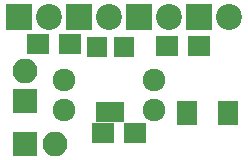
<source format=gbs>
G04 #@! TF.FileFunction,Soldermask,Bot*
%FSLAX46Y46*%
G04 Gerber Fmt 4.6, Leading zero omitted, Abs format (unit mm)*
G04 Created by KiCad (PCBNEW 4.0.6) date 2017 September 13, Wednesday 11:36:20*
%MOMM*%
%LPD*%
G01*
G04 APERTURE LIST*
%ADD10C,0.100000*%
%ADD11R,1.900000X1.700000*%
%ADD12R,1.700000X2.100000*%
%ADD13C,1.924000*%
%ADD14R,2.200000X2.200000*%
%ADD15C,2.200000*%
%ADD16R,2.100000X2.100000*%
%ADD17O,2.100000X2.100000*%
%ADD18R,1.700000X1.700000*%
%ADD19R,2.400000X1.700000*%
G04 APERTURE END LIST*
D10*
D11*
X160650000Y-105000000D03*
X163350000Y-105000000D03*
D12*
X167769600Y-103327200D03*
X171269600Y-103327200D03*
D13*
X157353000Y-100457000D03*
X157353000Y-102997000D03*
X164973000Y-100457000D03*
X164973000Y-102997000D03*
D11*
X155139400Y-97459800D03*
X157839400Y-97459800D03*
X166061400Y-97624900D03*
X168761400Y-97624900D03*
D14*
X158623000Y-95123000D03*
D15*
X161163000Y-95123000D03*
D14*
X163703000Y-95123000D03*
D15*
X166243000Y-95123000D03*
D14*
X168783000Y-95123000D03*
D15*
X171323000Y-95123000D03*
D14*
X153543000Y-95123000D03*
D15*
X156083000Y-95123000D03*
D16*
X154051000Y-105892600D03*
D17*
X156591000Y-105892600D03*
D16*
X154051000Y-102235000D03*
D17*
X154051000Y-99695000D03*
D18*
X162440000Y-97709400D03*
D19*
X161290000Y-103209400D03*
D18*
X160140000Y-97709400D03*
M02*

</source>
